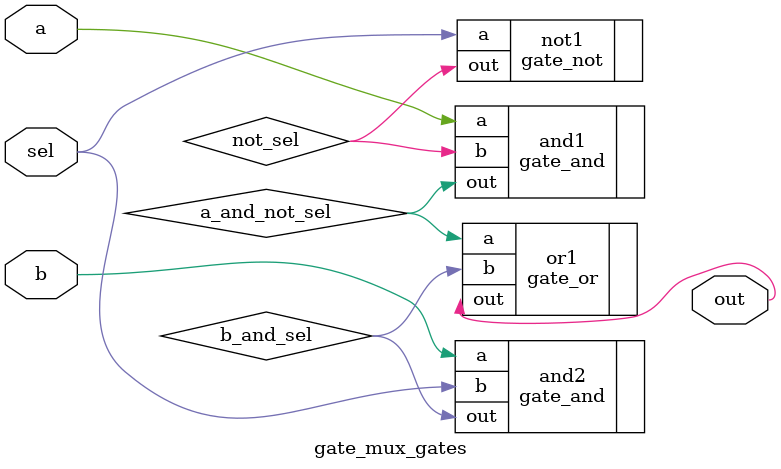
<source format=v>
module gate_mux_gates(input a, input b, input sel, output out);

    wire not_sel;
    wire a_and_not_sel, b_and_sel;

    gate_not not1 (.a(sel), .out(not_sel));
    gate_and and1 (.a(a), .b(not_sel), .out(a_and_not_sel));
    gate_and and2 (.a(b), .b(sel), .out(b_and_sel));
    gate_or  or1  (.a(a_and_not_sel), .b(b_and_sel), .out(out));

endmodule


</source>
